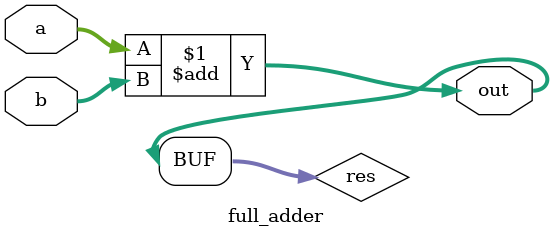
<source format=v>
module full_adder(
    input [1:0] a,
    input [1:0] b,
    output [1:0] out
    );
    
    wire [1:0] res;

    assign res = a + b;

    assign out = res;

endmodule

 

</source>
